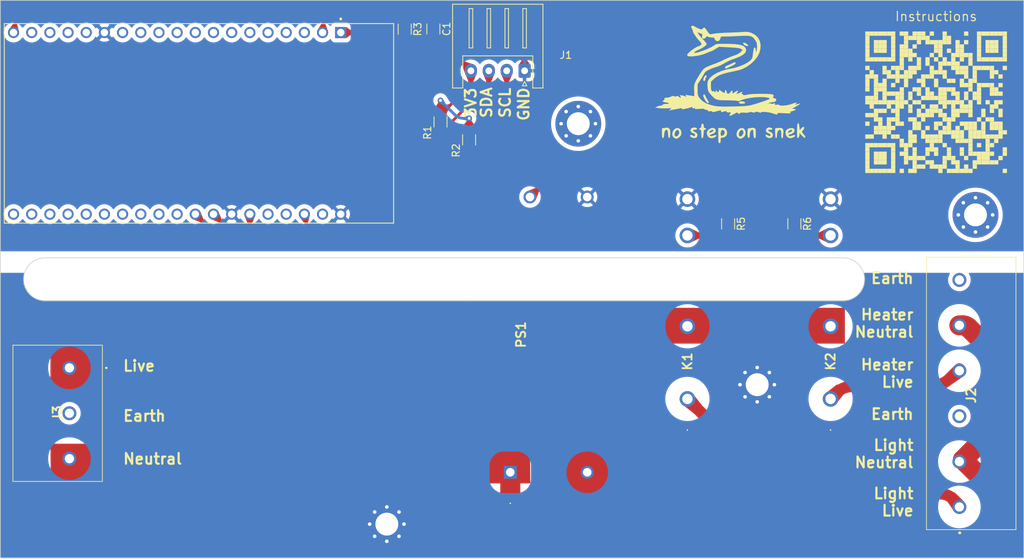
<source format=kicad_pcb>
(kicad_pcb (version 20221018) (generator pcbnew)
  (layers (0 "F.Cu" signal) (31 "B.Cu" signal) (34 "B.Paste" user) (35 "F.Paste" user) (36 "B.SilkS" user "B.Silkscreen") (37 "F.SilkS" user "F.Silkscreen") (38 "B.Mask" user) (39 "F.Mask" user) (44 "Edge.Cuts" user))
  (net 0 "")
  (net 1 "LIGHT_AC_P")
  (net 2 "AC_P_IN")
  (net 3 "LIGHT_EN")
  (net 4 "GND")
  (net 5 "HEAT_AC_P")
  (net 6 "HEAT_EN")
  (net 7 "AC_N_IN")
  (net 8 "+5V")
  (net 37 "Net-(J2-Pin_3)")
  (net 38 "SCL")
  (net 39 "LIGHT_LED_P")
  (net 40 "HEAT_LED_P")
  (net 41 "+3.3V")
  (net 42 "SDA")
  (net 43 "Net-(U1-EN)")
  (net 44 "Net-(J2-Pin_6)")
  (net 45 "Net-(J3-Pin_2)")
  (net 46 "Earth")
  (footprint "Resistor_SMD:R_1206_3216Metric_Pad1.30x1.75mm_HandSolder" (layer "F.Cu") (at 142.5 83 90)
    (fp_text reference "R1" (at -1.5 -1.82 90) (layer "F.SilkS"))
    (fp_text value "2.4k")
    (pad "1" smd roundrect (at -1.55 0 90) (size 1.3 1.75) (layers "F.Cu" "F.Paste" "F.Mask") (roundrect_rratio 0.1923076923) (net 38 "SCL"))
    (pad "2" smd roundrect (at 1.55 0 90) (size 1.3 1.75) (layers "F.Cu" "F.Paste" "F.Mask") (roundrect_rratio 0.1923076923) (net 41 "+3.3V"))
  )
  (footprint "Resistor_SMD:R_1206_3216Metric_Pad1.30x1.75mm_HandSolder" (layer "F.Cu") (at 146.5 85.5 90)
    (fp_text reference "R2" (at -1.5 -1.82 90) (layer "F.SilkS"))
    (fp_text value "2.4k")
    (pad "1" smd roundrect (at -1.55 0 90) (size 1.3 1.75) (layers "F.Cu" "F.Paste" "F.Mask") (roundrect_rratio 0.1923076923) (net 42 "SDA"))
    (pad "2" smd roundrect (at 1.55 0 90) (size 1.3 1.75) (layers "F.Cu" "F.Paste" "F.Mask") (roundrect_rratio 0.1923076923) (net 41 "+3.3V"))
  )
  (footprint "ESP32-DEVKITC-32D:MODULE_ESP32-DEVKITC-32D" (layer "F.Cu") (at 108.8 83.2 -90)
    (fp_text reference "U1" hide)
    (fp_text value "ESP32-DEVKITC-32D")
    (pad "J2-1" thru_hole rect (at -12.7 -19.76 270) (size 1.56 1.56) (drill 1.04) (layers "*.Cu" "*.Mask") (net 41 "+3.3V"))
    (pad "J2-2" thru_hole circle (at -12.7 -17.22 270) (size 1.56 1.56) (drill 1.04) (layers "*.Cu" "*.Mask") (net 43 "Net-(U1-EN)"))
    (pad "J2-3" thru_hole circle (at -12.7 -14.68 270) (size 1.56 1.56) (drill 1.04) (layers "*.Cu" "*.Mask"))
    (pad "J2-4" thru_hole circle (at -12.7 -12.14 270) (size 1.56 1.56) (drill 1.04) (layers "*.Cu" "*.Mask"))
    (pad "J2-5" thru_hole circle (at -12.7 -9.6 270) (size 1.56 1.56) (drill 1.04) (layers "*.Cu" "*.Mask"))
    (pad "J2-6" thru_hole circle (at -12.7 -7.06 270) (size 1.56 1.56) (drill 1.04) (layers "*.Cu" "*.Mask"))
    (pad "J2-7" thru_hole circle (at -12.7 -4.52 270) (size 1.56 1.56) (drill 1.04) (layers "*.Cu" "*.Mask"))
    (pad "J2-8" thru_hole circle (at -12.7 -1.98 270) (size 1.56 1.56) (drill 1.04) (layers "*.Cu" "*.Mask"))
    (pad "J2-9" thru_hole circle (at -12.7 0.56 270) (size 1.56 1.56) (drill 1.04) (layers "*.Cu" "*.Mask"))
    (pad "J2-10" thru_hole circle (at -12.7 3.1 270) (size 1.56 1.56) (drill 1.04) (layers "*.Cu" "*.Mask"))
    (pad "J2-11" thru_hole circle (at -12.7 5.64 270) (size 1.56 1.56) (drill 1.04) (layers "*.Cu" "*.Mask"))
    (pad "J2-12" thru_hole circle (at -12.7 8.18 270) (size 1.56 1.56) (drill 1.04) (layers "*.Cu" "*.Mask"))
    (pad "J2-13" thru_hole circle (at -12.7 10.72 270) (size 1.56 1.56) (drill 1.04) (layers "*.Cu" "*.Mask"))
    (pad "J2-14" thru_hole circle (at -12.7 13.26 270) (size 1.56 1.56) (drill 1.04) (layers "*.Cu" "*.Mask") (net 4 "GND"))
    (pad "J2-15" thru_hole circle (at -12.7 15.8 270) (size 1.56 1.56) (drill 1.04) (layers "*.Cu" "*.Mask"))
    (pad "J2-16" thru_hole circle (at -12.7 18.34 270) (size 1.56 1.56) (drill 1.04) (layers "*.Cu" "*.Mask"))
    (pad "J2-17" thru_hole circle (at -12.7 20.88 270) (size 1.56 1.56) (drill 1.04) (layers "*.Cu" "*.Mask"))
    (pad "J2-18" thru_hole circle (at -12.7 23.42 270) (size 1.56 1.56) (drill 1.04) (layers "*.Cu" "*.Mask"))
    (pad "J2-19" thru_hole circle (at -12.7 25.96 270) (size 1.56 1.56) (drill 1.04) (layers "*.Cu" "*.Mask") (net 8 "+5V"))
    (pad "J3-1" thru_hole circle (at 12.7 -19.76 270) (size 1.56 1.56) (drill 1.04) (layers "*.Cu" "*.Mask") (net 4 "GND"))
    (pad "J3-2" thru_hole circle (at 12.7 -17.22 270) (size 1.56 1.56) (drill 1.04) (layers "*.Cu" "*.Mask"))
    (pad "J3-3" thru_hole circle (at 12.7 -14.68 270) (size 1.56 1.56) (drill 1.04) (layers "*.Cu" "*.Mask") (net 38 "SCL"))
    (pad "J3-4" thru_hole circle (at 12.7 -12.14 270) (size 1.56 1.56) (drill 1.04) (layers "*.Cu" "*.Mask"))
    (pad "J3-5" thru_hole circle (at 12.7 -9.6 270) (size 1.56 1.56) (drill 1.04) (layers "*.Cu" "*.Mask"))
    (pad "J3-6" thru_hole circle (at 12.7 -7.06 270) (size 1.56 1.56) (drill 1.04) (layers "*.Cu" "*.Mask") (net 42 "SDA"))
    (pad "J3-7" thru_hole circle (at 12.7 -4.52 270) (size 1.56 1.56) (drill 1.04) (layers "*.Cu" "*.Mask") (net 4 "GND"))
    (pad "J3-8" thru_hole circle (at 12.7 -1.98 270) (size 1.56 1.56) (drill 1.04) (layers "*.Cu" "*.Mask") (net 3 "LIGHT_EN"))
    (pad "J3-9" thru_hole circle (at 12.7 0.56 270) (size 1.56 1.56) (drill 1.04) (layers "*.Cu" "*.Mask") (net 6 "HEAT_EN"))
    (pad "J3-10" thru_hole circle (at 12.7 3.1 270) (size 1.56 1.56) (drill 1.04) (layers "*.Cu" "*.Mask"))
    (pad "J3-11" thru_hole circle (at 12.7 5.64 270) (size 1.56 1.56) (drill 1.04) (layers "*.Cu" "*.Mask"))
    (pad "J3-12" thru_hole circle (at 12.7 8.18 270) (size 1.56 1.56) (drill 1.04) (layers "*.Cu" "*.Mask"))
    (pad "J3-13" thru_hole circle (at 12.7 10.72 270) (size 1.56 1.56) (drill 1.04) (layers "*.Cu" "*.Mask"))
    (pad "J3-14" thru_hole circle (at 12.7 13.26 270) (size 1.56 1.56) (drill 1.04) (layers "*.Cu" "*.Mask"))
    (pad "J3-15" thru_hole circle (at 12.7 15.8 270) (size 1.56 1.56) (drill 1.04) (layers "*.Cu" "*.Mask"))
    (pad "J3-16" thru_hole circle (at 12.7 18.34 270) (size 1.56 1.56) (drill 1.04) (layers "*.Cu" "*.Mask"))
    (pad "J3-17" thru_hole circle (at 12.7 20.88 270) (size 1.56 1.56) (drill 1.04) (layers "*.Cu" "*.Mask"))
    (pad "J3-18" thru_hole circle (at 12.7 23.42 270) (size 1.56 1.56) (drill 1.04) (layers "*.Cu" "*.Mask"))
    (pad "J3-19" thru_hole circle (at 12.7 25.96 270) (size 1.56 1.56) (drill 1.04) (layers "*.Cu" "*.Mask"))
  )
  (footprint "Resistor_SMD:R_1206_3216Metric_Pad1.30x1.75mm_HandSolder" (layer "F.Cu") (at 137.5 70.03 -90)
    (fp_text reference "R3" (at 0 -1.82 90) (layer "F.SilkS"))
    (fp_text value "10k")
    (pad "1" smd roundrect (at -1.55 0 270) (size 1.3 1.75) (layers "F.Cu" "F.Paste" "F.Mask") (roundrect_rratio 0.1923076923) (net 43 "Net-(U1-EN)"))
    (pad "2" smd roundrect (at 1.55 0 270) (size 1.3 1.75) (layers "F.Cu" "F.Paste" "F.Mask") (roundrect_rratio 0.1923076923) (net 41 "+3.3V"))
  )
  (footprint "Resistor_SMD:R_1206_3216Metric_Pad1.30x1.75mm_HandSolder" (layer "F.Cu") (at 191.9385 97.25 -90)
    (fp_text reference "R6" (at 0 -1.82 90) (layer "F.SilkS"))
    (fp_text value "422")
    (pad "1" smd roundrect (at -1.55 0 270) (size 1.3 1.75) (layers "F.Cu" "F.Paste" "F.Mask") (roundrect_rratio 0.1923076923) (net 6 "HEAT_EN"))
    (pad "2" smd roundrect (at 1.55 0 270) (size 1.3 1.75) (layers "F.Cu" "F.Paste" "F.Mask") (roundrect_rratio 0.1923076923) (net 40 "HEAT_LED_P"))
  )
  (footprint "MountingHole:MountingHole_3.2mm_M3_Pad_Via" (layer "F.Cu") (at 186.75 119.75)
    (fp_text reference "MH4" hide)
    (fp_text value "MountingHole_Pad" hide)
    (pad "1" thru_hole circle (at -2.4 0) (size 0.8 0.8) (drill 0.5) (layers "*.Cu" "*.Mask") (net 46 "Earth"))
    (pad "1" thru_hole circle (at -1.697056 -1.697056) (size 0.8 0.8) (drill 0.5) (layers "*.Cu" "*.Mask") (net 46 "Earth"))
    (pad "1" thru_hole circle (at -1.697056 1.697056) (size 0.8 0.8) (drill 0.5) (layers "*.Cu" "*.Mask") (net 46 "Earth"))
    (pad "1" thru_hole circle (at 0 -2.4) (size 0.8 0.8) (drill 0.5) (layers "*.Cu" "*.Mask") (net 46 "Earth"))
    (pad "1" thru_hole circle (at 0 0) (size 6.4 6.4) (drill 3.2) (layers "*.Cu" "*.Mask") (net 46 "Earth"))
    (pad "1" thru_hole circle (at 0 2.4) (size 0.8 0.8) (drill 0.5) (layers "*.Cu" "*.Mask") (net 46 "Earth"))
    (pad "1" thru_hole circle (at 1.697056 -1.697056) (size 0.8 0.8) (drill 0.5) (layers "*.Cu" "*.Mask") (net 46 "Earth"))
    (pad "1" thru_hole circle (at 1.697056 1.697056) (size 0.8 0.8) (drill 0.5) (layers "*.Cu" "*.Mask") (net 46 "Earth"))
    (pad "1" thru_hole circle (at 2.4 0) (size 0.8 0.8) (drill 0.5) (layers "*.Cu" "*.Mask") (net 46 "Earth"))
  )
  (footprint "MountingHole:MountingHole_3.2mm_M3_Pad_Via" (layer "F.Cu") (at 217.25 96)
    (fp_text reference "MH2" hide)
    (fp_text value "MountingHole_3.2mm_M3_Pad_Via" hide)
    (pad "1" thru_hole circle (at -2.4 0) (size 0.8 0.8) (drill 0.5) (layers "*.Cu" "*.Mask"))
    (pad "1" thru_hole circle (at -1.697056 -1.697056) (size 0.8 0.8) (drill 0.5) (layers "*.Cu" "*.Mask"))
    (pad "1" thru_hole circle (at -1.697056 1.697056) (size 0.8 0.8) (drill 0.5) (layers "*.Cu" "*.Mask"))
    (pad "1" thru_hole circle (at 0 -2.4) (size 0.8 0.8) (drill 0.5) (layers "*.Cu" "*.Mask"))
    (pad "1" thru_hole circle (at 0 0) (size 6.4 6.4) (drill 3.2) (layers "*.Cu" "*.Mask"))
    (pad "1" thru_hole circle (at 0 2.4) (size 0.8 0.8) (drill 0.5) (layers "*.Cu" "*.Mask"))
    (pad "1" thru_hole circle (at 1.697056 -1.697056) (size 0.8 0.8) (drill 0.5) (layers "*.Cu" "*.Mask"))
    (pad "1" thru_hole circle (at 1.697056 1.697056) (size 0.8 0.8) (drill 0.5) (layers "*.Cu" "*.Mask"))
    (pad "1" thru_hole circle (at 2.4 0) (size 0.8 0.8) (drill 0.5) (layers "*.Cu" "*.Mask"))
  )
  (footprint "MountingHole:MountingHole_3.2mm_M3_Pad_Via" (layer "F.Cu") (at 161.75 83.25)
    (fp_text reference "MH1" hide)
    (fp_text value "MountingHole_3.2mm_M3_Pad_Via" hide)
    (pad "1" thru_hole circle (at -2.4 0) (size 0.8 0.8) (drill 0.5) (layers "*.Cu" "*.Mask"))
    (pad "1" thru_hole circle (at -1.697056 -1.697056) (size 0.8 0.8) (drill 0.5) (layers "*.Cu" "*.Mask"))
    (pad "1" thru_hole circle (at -1.697056 1.697056) (size 0.8 0.8) (drill 0.5) (layers "*.Cu" "*.Mask"))
    (pad "1" thru_hole circle (at 0 -2.4) (size 0.8 0.8) (drill 0.5) (layers "*.Cu" "*.Mask"))
    (pad "1" thru_hole circle (at 0 0) (size 6.4 6.4) (drill 3.2) (layers "*.Cu" "*.Mask"))
    (pad "1" thru_hole circle (at 0 2.4) (size 0.8 0.8) (drill 0.5) (layers "*.Cu" "*.Mask"))
    (pad "1" thru_hole circle (at 1.697056 -1.697056) (size 0.8 0.8) (drill 0.5) (layers "*.Cu" "*.Mask"))
    (pad "1" thru_hole circle (at 1.697056 1.697056) (size 0.8 0.8) (drill 0.5) (layers "*.Cu" "*.Mask"))
    (pad "1" thru_hole circle (at 2.4 0) (size 0.8 0.8) (drill 0.5) (layers "*.Cu" "*.Mask"))
  )
  (footprint "Phoenix 1713969:1713969" (layer "F.Cu") (at 215 136.85 90)
    (fp_text reference "J2" (at 15.6 1.65 90) (layer "F.SilkS") (effects (font (size 1.27 1.27) (thickness 0.254))))
    (fp_text value "Screw_Terminal_01x06" hide)
    (pad "1" thru_hole circle (at 0 0 90) (size 1.95 1.95) (drill 1.3) (layers "*.Cu" "*.Mask") (net 1 "LIGHT_AC_P"))
    (pad "2" thru_hole circle (at 6.35 0 90) (size 1.95 1.95) (drill 1.3) (layers "*.Cu" "*.Mask") (net 7 "AC_N_IN"))
    (pad "3" thru_hole circle (at 12.7 0 90) (size 1.95 1.95) (drill 1.3) (layers "*.Cu" "*.Mask") (net 37 "Net-(J2-Pin_3)"))
    (pad "4" thru_hole circle (at 19.05 0 90) (size 1.95 1.95) (drill 1.3) (layers "*.Cu" "*.Mask") (net 5 "HEAT_AC_P"))
    (pad "5" thru_hole circle (at 25.4 0 90) (size 1.95 1.95) (drill 1.3) (layers "*.Cu" "*.Mask") (net 7 "AC_N_IN"))
    (pad "6" thru_hole circle (at 31.75 0 90) (size 1.95 1.95) (drill 1.3) (layers "*.Cu" "*.Mask") (net 44 "Net-(J2-Pin_6)"))
  )
  (footprint "RAC10E-05SK_277:RAC10E05SK277" (layer "F.Cu") (at 152.25 132 90)
    (fp_text reference "PS1" (at 19.25 1.5 90) (layer "F.SilkS") (effects (font (size 1.27 1.27) (thickness 0.254))))
    (fp_text value "RAC10E-05SK_277" hide)
    (pad "1" thru_hole rect (at 0 0 90) (size 1.8 1.8) (drill 1.2) (layers "*.Cu" "*.Mask") (net 7 "AC_N_IN"))
    (pad "2" thru_hole circle (at 0 10.75 90) (size 1.8 1.8) (drill 1.2) (layers "*.Cu" "*.Mask") (net 2 "AC_P_IN"))
    (pad "3" thru_hole circle (at 38.5 10.75 90) (size 1.8 1.8) (drill 1.2) (layers "*.Cu" "*.Mask") (net 4 "GND"))
    (pad "4" thru_hole circle (at 38.5 2.75 90) (size 1.8 1.8) (drill 1.2) (layers "*.Cu" "*.Mask") (net 8 "+5V"))
  )
  (footprint "Resistor_SMD:R_1206_3216Metric_Pad1.30x1.75mm_HandSolder" (layer "F.Cu") (at 182.6885 97.25 -90)
    (fp_text reference "R5" (at 0 -1.82 90) (layer "F.SilkS"))
    (fp_text value "422")
    (pad "1" smd roundrect (at -1.55 0 270) (size 1.3 1.75) (layers "F.Cu" "F.Paste" "F.Mask") (roundrect_rratio 0.1923076923) (net 3 "LIGHT_EN"))
    (pad "2" smd roundrect (at 1.55 0 270) (size 1.3 1.75) (layers "F.Cu" "F.Paste" "F.Mask") (roundrect_rratio 0.1923076923) (net 39 "LIGHT_LED_P"))
  )
  (footprint "snek:snek" (layer "F.Cu") (at 183 77.75)
    (fp_text reference "G***" hide)
    (fp_text value "LOGO" hide)
  )
  (footprint "MountingHole:MountingHole_3.2mm_M3_Pad_Via" (layer "F.Cu") (at 135 139.25)
    (fp_text reference "MH3" hide)
    (fp_text value "MountingHole_Pad" hide)
    (pad "1" thru_hole circle (at -2.4 0) (size 0.8 0.8) (drill 0.5) (layers "*.Cu" "*.Mask") (net 46 "Earth"))
    (pad "1" thru_hole circle (at -1.697056 -1.697056) (size 0.8 0.8) (drill 0.5) (layers "*.Cu" "*.Mask") (net 46 "Earth"))
    (pad "1" thru_hole circle (at -1.697056 1.697056) (size 0.8 0.8) (drill 0.5) (layers "*.Cu" "*.Mask") (net 46 "Earth"))
    (pad "1" thru_hole circle (at 0 -2.4) (size 0.8 0.8) (drill 0.5) (layers "*.Cu" "*.Mask") (net 46 "Earth"))
    (pad "1" thru_hole circle (at 0 0) (size 6.4 6.4) (drill 3.2) (layers "*.Cu" "*.Mask") (net 46 "Earth"))
    (pad "1" thru_hole circle (at 0 2.4) (size 0.8 0.8) (drill 0.5) (layers "*.Cu" "*.Mask") (net 46 "Earth"))
    (pad "1" thru_hole circle (at 1.697056 -1.697056) (size 0.8 0.8) (drill 0.5) (layers "*.Cu" "*.Mask") (net 46 "Earth"))
    (pad "1" thru_hole circle (at 1.697056 1.697056) (size 0.8 0.8) (drill 0.5) (layers "*.Cu" "*.Mask") (net 46 "Earth"))
    (pad "1" thru_hole circle (at 2.4 0) (size 0.8 0.8) (drill 0.5) (layers "*.Cu" "*.Mask") (net 46 "Earth"))
  )
  (footprint "Connector_JST:JST_XH_S4B-XH-A_1x04_P2.50mm_Horizontal" (layer "F.Cu") (at 154.25 75.85 180)
    (fp_text reference "J1" (at -5.77 2.19) (layer "F.SilkS"))
    (fp_text value "S4B-XH-A(LF)(SN)")
    (pad "1" thru_hole roundrect (at 0 0 180) (size 1.7 1.95) (drill 0.95) (layers "*.Cu" "*.Mask") (roundrect_rratio 0.1470588235) (net 4 "GND"))
    (pad "2" thru_hole oval (at 2.5 0 180) (size 1.7 1.95) (drill 0.95) (layers "*.Cu" "*.Mask") (net 42 "SDA"))
    (pad "3" thru_hole oval (at 5 0 180) (size 1.7 1.95) (drill 0.95) (layers "*.Cu" "*.Mask") (net 38 "SCL"))
    (pad "4" thru_hole oval (at 7.5 0 180) (size 1.7 1.95) (drill 0.95) (layers "*.Cu" "*.Mask") (net 41 "+3.3V"))
  )
  (footprint "CPC40055ST:CPC40055ST" (layer "F.Cu") (at 177 121.74 90)
    (fp_text reference "K1" (at 5.24 0 90) (layer "F.SilkS") (effects (font (size 1.27 1.27) (thickness 0.254))))
    (fp_text value "CPC40055ST" hide)
    (pad "1" thru_hole circle (at 0 0 90) (size 2.175 2.175) (drill 1.45) (layers "*.Cu" "*.Mask") (net 1 "LIGHT_AC_P"))
    (pad "2" thru_hole circle (at 10.16 0 90) (size 2.175 2.175) (drill 1.45) (layers "*.Cu" "*.Mask") (net 2 "AC_P_IN"))
    (pad "3" thru_hole circle (at 22.86 0 90) (size 2.175 2.175) (drill 1.45) (layers "*.Cu" "*.Mask") (net 39 "LIGHT_LED_P"))
    (pad "4" thru_hole circle (at 27.94 0 90) (size 2.175 2.175) (drill 1.45) (layers "*.Cu" "*.Mask") (net 4 "GND"))
  )
  (footprint "QR:rickroll" (layer "F.Cu") (at 211.75 80.25)
    (fp_text reference "QR*****" hide)
    (fp_text value "Instructions" (at 0 -12 unlocked) (layer "F.SilkS") (effects (font (size 1.3 1.3))))
  )
  (footprint "Capacitor_SMD:C_1206_3216Metric_Pad1.33x1.80mm_HandSolder" (layer "F.Cu") (at 141.5 70 -90)
    (fp_text reference "C1" (at 0 -1.85 90) (layer "F.SilkS"))
    (fp_text value "1u")
    (pad "1" smd roundrect (at -1.5625 0 270) (size 1.325 1.8) (layers "F.Cu" "F.Paste" "F.Mask") (roundrect_rratio 0.1886792453) (net 43 "Net-(U1-EN)"))
    (pad "2" smd roundrect (at 1.5625 0 270) (size 1.325 1.8) (layers "F.Cu" "F.Paste" "F.Mask") (roundrect_rratio 0.1886792453) (net 4 "GND"))
  )
  (footprint "Phoenix 1714968:1714968" (layer "F.Cu") (at 90.65 117.395 -90)
    (fp_text reference "J3" (at 6.355 1.65 90) (layer "F.SilkS") (effects (font (size 1.27 1.27) (thickness 0.254))))
    (fp_text value "Screw_Terminal_01x03" hide)
    (pad "1" thru_hole circle (at 0 0 270) (size 1.95 1.95) (drill 1.3) (layers "*.Cu" "*.Mask") (net 2 "AC_P_IN"))
    (pad "2" thru_hole circle (at 6.35 0 270) (size 1.95 1.95) (drill 1.3) (layers "*.Cu" "*.Mask") (net 45 "Net-(J3-Pin_2)"))
    (pad "3" thru_hole circle (at 12.7 0 270) (size 1.95 1.95) (drill 1.3) (layers "*.Cu" "*.Mask") (net 7 "AC_N_IN"))
  )
  (footprint "CPC40055ST:CPC40055ST" (layer "F.Cu") (at 197 121.74 90)
    (fp_text reference "K2" (at 5.24 0 90) (layer "F.SilkS") (effects (font (size 1.27 1.27) (thickness 0.254))))
    (fp_text value "CPC40055ST" hide)
    (pad "1" thru_hole circle (at 0 0 90) (size 2.175 2.175) (drill 1.45) (layers "*.Cu" "*.Mask") (net 5 "HEAT_AC_P"))
    (pad "2" thru_hole circle (at 10.16 0 90) (size 2.175 2.175) (drill 1.45) (layers "*.Cu" "*.Mask") (net 2 "AC_P_IN"))
    (pad "3" thru_hole circle (at 22.86 0 90) (size 2.175 2.175) (drill 1.45) (layers "*.Cu" "*.Mask") (net 40 "HEAT_LED_P"))
    (pad "4" thru_hole circle (at 27.94 0 90) (size 2.175 2.175) (drill 1.45) (layers "*.Cu" "*.Mask") (net 4 "GND"))
  )
  (gr_line (start 81 66) (end 224 66) (stroke (width 0.1)) (layer "Edge.Cuts"))
  (gr_arc (start 198.75 102) (mid 201.75 105) (end 198.75 108) (stroke (width 0.1)) (layer "Edge.Cuts"))
  (gr_line (start 146 108) (end 198.75 108) (stroke (width 0.1)) (layer "Edge.Cuts"))
  (gr_line (start 81 144) (end 224 144) (stroke (width 0.1)) (layer "Edge.Cuts"))
  (gr_line (start 198.75 102) (end 146 102) (stroke (width 0.1)) (layer "Edge.Cuts"))
  (gr_line (start 146 102) (end 87.25 102) (stroke (width 0.1)) (layer "Edge.Cuts"))
  (gr_line (start 87.25 108) (end 146 108) (stroke (width 0.1)) (layer "Edge.Cuts"))
  (gr_line (start 81 66) (end 81 144) (stroke (width 0.1)) (layer "Edge.Cuts"))
  (gr_line (start 224 144) (end 224 67) (stroke (width 0.1)) (layer "Edge.Cuts"))
  (gr_line (start 224 66) (end 224 67) (stroke (width 0.1)) (layer "Edge.Cuts"))
  (gr_arc (start 87.25 108) (mid 84.25 105) (end 87.25 102) (stroke (width 0.1)) (layer "Edge.Cuts"))
  (gr_text "Copyright © 2018-2023 Jacob McSwain" (at 83 142) (layer "F.Cu") (effects (font (size 1.5 1.5) (thickness 0.3) bold) (justify left bottom)))
  (gr_text "SnekSafe v1.1" (at 83 139) (layer "F.Cu") (effects (font (size 1.5 1.5) (thickness 0.3) bold) (justify left bottom)))
  (gr_text "Light\nNeutral" (at 208.75 131.5) (layer "F.SilkS") (effects (font (size 1.5 1.5) (thickness 0.3) bold) (justify right bottom)))
  (gr_text "Heater\nLive" (at 208.75 120.25) (layer "F.SilkS") (effects (font (size 1.5 1.5) (thickness 0.3) bold) (justify right bottom)))
  (gr_text "Heater\nNeutral" (at 208.75 113.25) (layer "F.SilkS") (effects (font (size 1.5 1.5) (thickness 0.3) bold) (justify right bottom)))
  (gr_text "Earth" (at 208.75 105.75) (layer "F.SilkS") (effects (font (size 1.5 1.5) (thickness 0.3) bold) (justify right bottom)))
  (gr_text "3V3" (at 147.6 82.6 90) (layer "F.SilkS") (effects (font (size 1.5 1.5) (thickness 0.3) bold) (justify left bottom)))
  (gr_text "Live" (at 98 118) (layer "F.SilkS") (effects (font (size 1.5 1.5) (thickness 0.3) bold) (justify left bottom)))
  (gr_text "Neutral" (at 98 131) (layer "F.SilkS") (effects (font (size 1.5 1.5) (thickness 0.3) bold) (justify left bottom)))
  (gr_text "Light\nLive" (at 208.75 138.25) (layer "F.SilkS") (effects (font (size 1.5 1.5) (thickness 0.3) bold) (justify right bottom)))
  (gr_text "Earth" (at 208.75 124.75) (layer "F.SilkS") (effects (font (size 1.5 1.5) (thickness 0.3) bold) (justify right bottom)))
  (gr_text "SCL" (at 152.4 82.6 90) (layer "F.SilkS") (effects (font (size 1.5 1.5) (thickness 0.3) bold) (justify left bottom)))
  (gr_text "Earth" (at 98 125) (layer "F.SilkS") (effects (font (size 1.5 1.5) (thickness 0.3) bold) (justify left bottom)))
  (gr_text "SDA" (at 149.8 82.6 90) (layer "F.SilkS") (effects (font (size 1.5 1.5) (thickness 0.3) bold) (justify left bottom)))
  (gr_text "GND" (at 155 83 90) (layer "F.SilkS") (effects (font (size 1.5 1.5) (thickness 0.3) bold) (justify left bottom)))
  (segment (start 192.513963 135) (end 212.268629 135) (width 1.6) (layer "F.Cu") (net 1))
  (segment (start 214.2 135.8) (end 215 136.6) (width 1.6) (layer "F.Cu") (net 1))
  (segment (start 188.666207 133.406207) (end 177 121.74) (width 1.6) (layer "F.Cu") (net 1))
  (arc (start 214.2 135.8) (mid 213.313879 135.207913) (end 212.268629 135) (width 1.6) (layer "F.Cu") (net 1))
  (arc (start 188.666207 133.406207) (mid 190.431572 134.585786) (end 192.513963 135) (width 1.6) (layer "F.Cu") (net 1))
  (segment (start 113.053707 98.173707) (end 110.78 95.9) (width 0.4) (layer "F.Cu") (net 3))
  (segment (start 182.5385 95.85) (end 182.6885 95.7) (width 0.4) (layer "F.Cu") (net 3))
  (segment (start 174.253963 96) (end 182.176367 96) (width 0.4) (layer "F.Cu") (net 3))
  (segment (start 170.406206 97.593792) (end 169.826292 98.173707) (width 0.4) (layer "F.Cu") (net 3))
  (segment (start 116.901463 99.7675) (end 165.978536 99.7675) (width 0.4) (layer "F.Cu") (net 3))
  (arc (start 169.826292 98.173707) (mid 168.060926 99.353286) (end 165.978536 99.7675) (width 0.4) (layer "F.Cu") (net 3))
  (arc (start 182.5385 95.85) (mid 182.372352 95.961016) (end 182.176367 96) (width 0.4) (layer "F.Cu") (net 3))
  (arc (start 113.053707 98.173707) (mid 114.819072 99.353286) (end 116.901463 99.7675) (width 0.4) (layer "F.Cu") (net 3))
  (arc (start 174.253963 96) (mid 172.171572 96.414213) (end 170.406206 97.593792) (width 0.4) (layer "F.Cu") (net 3))
  (segment (start 149.66215 71.5625) (end 141.5 71.5625) (width 0.4) (layer "F.Cu") (net 4))
  (segment (start 154.25 75.05) (end 154.25 75.85) (width 0.4) (layer "F.Cu") (net 4))
  (segment (start 153.684314 73.684314) (end 152.90625 72.90625) (width 0.4) (layer "F.Cu") (net 4))
  (arc (start 153.684314 73.684314) (mid 154.102982 74.310896) (end 154.25 75.05) (width 0.4) (layer "F.Cu") (net 4))
  (arc (start 152.90625 72.90625) (mid 151.417844 71.911729) (end 149.66215 71.5625) (width 0.4) (layer "F.Cu") (net 4))
  (segment (start 213.775 118.775) (end 215 117.55) (width 1.6) (layer "F.Cu") (net 5))
  (segment (start 197.87 120.87) (end 197 121.74) (width 1.6) (layer "F.Cu") (net 5))
  (segment (start 199.970365 120) (end 210.817588 120) (width 1.6) (layer "F.Cu") (net 5))
  (arc (start 213.775 118.775) (mid 212.418127 119.681632) (end 210.817588 120) (width 1.6) (layer "F.Cu") (net 5))
  (arc (start 199.970365 120) (mid 198.833655 120.226105) (end 197.87 120.87) (width 1.6) (layer "F.Cu") (net 5))
  (segment (start 111.513707 99.173707) (end 108.24 95.9) (width 0.4) (layer "F.Cu") (net 6))
  (segment (start 188.464792 99.173707) (end 191.9385 95.7) (width 0.4) (layer "F.Cu") (net 6))
  (segment (start 115.361463 100.7675) (end 184.617036 100.7675) (width 0.4) (layer "F.Cu") (net 6))
  (arc (start 188.464792 99.173707) (mid 186.699426 100.353286) (end 184.617036 100.7675) (width 0.4) (layer "F.Cu") (net 6))
  (arc (start 111.513707 99.173707) (mid 113.279072 100.353286) (end 115.361463 100.7675) (width 0.4) (layer "F.Cu") (net 6))
  (segment (start 215.475 111.45) (end 215 111.45) (width 2.8) (layer "F.Cu") (net 7))
  (segment (start 220 138.085786) (end 220 137.003963) (width 2.8) (layer "F.Cu") (net 7))
  (segment (start 219.8 117.553963) (end 219.8 123.696036) (width 2.8) (layer "F.Cu") (net 7))
  (segment (start 153.843792 138.843792) (end 154.906207 139.906207) (width 2.8) (layer "F.Cu") (net 7))
  (segment (start 152.25 134.996036) (end 152.25 132) (width 2.8) (layer "F.Cu") (net 7))
  (segment (start 216.585786 141.5) (end 158.753963 141.5) (width 2.8) (layer "F.Cu") (net 7))
  (segment (start 215.5 130.25) (end 218.406207 133.156207) (width 2.8) (layer "F.Cu") (net 7))
  (segment (start 215.5 130.25) (end 218.206207 127.543792) (width 2.8) (layer "F.Cu") (net 7))
  (segment (start 216.285875 111.785875) (end 218.206207 113.706207) (width 2.8) (layer "F.Cu") (net 7))
  (arc (start 152.25 134.996036) (mid 152.664213 137.078426) (end 153.843792 138.843792) (width 2.8) (layer "F.Cu") (net 7))
  (arc (start 154.906207 139.906207) (mid 156.671572 141.085786) (end 158.753963 141.5) (width 2.8) (layer "F.Cu") (net 7))
  (arc (start 216.285875 111.785875) (mid 215.913842 111.537291) (end 215.475 111.45) (width 2.8) (layer "F.Cu") (net 7))
  (arc (start 218.206207 113.706207) (mid 219.385786 115.471572) (end 219.8 117.553963) (width 2.8) (layer "F.Cu") (net 7))
  (arc (start 218.406207 133.156207) (mid 219.585786 134.921572) (end 220 137.003963) (width 2.8) (layer "F.Cu") (net 7))
  (arc (start 219.8 123.696036) (mid 219.385786 125.778426) (end 218.206207 127.543792) (width 2.8) (layer "F.Cu") (net 7))
  (arc (start 220 138.085786) (mid 219.740108 139.392349) (end 219 140.5) (width 2.8) (layer "F.Cu") (net 7))
  (arc (start 219 140.5) (mid 217.892349 141.240108) (end 216.585786 141.5) (width 2.8) (layer "F.Cu") (net 7))
  (segment (start 156.4 74.453963) (end 156.4 91.11005) (width 0.4) (layer "F.Cu") (net 8))
  (segment (start 82.84 69.955) (end 82.84 70.5) (width 0.4) (layer "F.Cu") (net 8))
  (segment (start 87.380904 66.75) (end 148.696036 66.75) (width 0.4) (layer "F.Cu") (net 8))
  (segment (start 155.7 92.8) (end 155 93.5) (width 0.4) (layer "F.Cu") (net 8))
  (segment (start 154.806207 70.606207) (end 152.543792 68.343792) (width 0.4) (layer "F.Cu") (net 8))
  (segment (start 84.169999 68.079999) (end 83.225373 69.024626) (width 0.4) (layer "F.Cu") (net 8))
  (arc (start 152.543792 68.343792) (mid 150.778426 67.164213) (end 148.696036 66.75) (width 0.4) (layer "F.Cu") (net 8))
  (arc (start 83.225373 69.024626) (mid 82.940155 69.451485) (end 82.84 69.955) (width 0.4) (layer "F.Cu") (net 8))
  (arc (start 87.380904 66.75) (mid 85.643175 67.095655) (end 84.169999 68.079999) (width 0.4) (layer "F.Cu") (net 8))
  (arc (start 154.806207 70.606207) (mid 155.985786 72.371572) (end 156.4 74.453963) (width 0.4) (layer "F.Cu") (net 8))
  (arc (start 156.4 91.11005) (mid 156.218075 92.024644) (end 155.7 92.8) (width 0.4) (layer "F.Cu") (net 8))
  (segment (start 123.48 96.44) (end 123.48 95.9) (width 0.4) (layer "F.Cu") (net 38))
  (segment (start 140.326292 96.173706) (end 140.906207 95.593792) (width 0.4) (layer "F.Cu") (net 38))
  (segment (start 136.478536 97.7675) (end 124.824346 97.7675) (width 0.4) (layer "F.Cu") (net 38))
  (segment (start 123.87375 97.37375) (end 123.861837 97.361837) (width 0.4) (layer "F.Cu") (net 38))
  (segment (start 142.5 84.55) (end 142.5 91.746036) (width 0.4) (layer "F.Cu") (net 38))
  (segment (start 149.25 76.825) (end 149.25 75.85) (width 0.4) (layer "F.Cu") (net 38))
  (segment (start 142.5 84.55) (end 148.56057 78.489429) (width 0.4) (layer "F.Cu") (net 38))
  (arc (start 140.326292 96.173706) (mid 138.560926 97.353286) (end 136.478536 97.7675) (width 0.4) (layer "F.Cu") (net 38))
  (arc (start 123.87375 97.37375) (mid 124.309887 97.665167) (end 124.824346 97.7675) (width 0.4) (layer "F.Cu") (net 38))
  (arc (start 142.5 91.746036) (mid 142.085786 93.828426) (end 140.906207 95.593792) (width 0.4) (layer "F.Cu") (net 38))
  (arc (start 123.48 96.44) (mid 123.579236 96.938894) (end 123.861837 97.361837) (width 0.4) (layer "F.Cu") (net 38))
  (arc (start 149.25 76.825) (mid 149.070822 77.725782) (end 148.56057 78.489429) (width 0.4) (layer "F.Cu") (net 38))
  (segment (start 182.551931 98.88) (end 177 98.88) (width 0.4) (layer "F.Cu") (net 39))
  (segment (start 182.6485 98.84) (end 182.6885 98.8) (width 0.4) (layer "F.Cu") (net 39))
  (arc (start 182.6485 98.84) (mid 182.604193 98.869604) (end 182.551931 98.88) (width 0.4) (layer "F.Cu") (net 39))
  (segment (start 191.9785 98.84) (end 191.9385 98.8) (width 0.4) (layer "F.Cu") (net 40))
  (segment (start 192.075068 98.88) (end 197 98.88) (width 0.4) (layer "F.Cu") (net 40))
  (arc (start 191.9785 98.84) (mid 192.022805 98.869604) (end 192.075068 98.88) (width 0.4) (layer "F.Cu") (net 40))
  (segment (start 146.5 82.5) (end 146.5 83.95) (width 0.4) (layer "F.Cu") (net 41))
  (segment (start 141.878858 73.5) (end 142.738299 73.5) (width 0.4) (layer "F.Cu") (net 41))
  (segment (start 139.525 72.525) (end 138.921231 71.921231) (width 0.4) (layer "F.Cu") (net 41))
  (segment (start 142.5 81.175) (end 142.5 80) (width 0.4) (layer "F.Cu") (net 41))
  (segment (start 138.025 71.55) (end 137.5 71.55) (width 0.4) (layer "F.Cu") (net 41))
  (segment (start 143.244454 81.255545) (end 146.078248 78.421751) (width 0.4) (layer "F.Cu") (net 41))
  (segment (start 145.575 74.675) (end 146.078248 75.178248) (width 0.4) (layer "F.Cu") (net 41))
  (segment (start 135.707537 70.5) (end 128.56 70.5) (width 0.4) (layer "F.Cu") (net 41))
  (segment (start 136.975 71.025) (end 137.5 71.55) (width 0.4) (layer "F.Cu") (net 41))
  (via (at 142.5 80) (size 0.8) (drill 0.4) (layers "F.Cu" "B.Cu") (net 41))
  (via (at 146.5 82.5) (size 0.8) (drill 0.4) (layers "F.Cu" "B.Cu") (net 41))
  (arc (start 136.975 71.025) (mid 136.393483 70.636443) (end 135.707537 70.5) (width 0.4) (layer "F.Cu") (net 41))
  (arc (start 142.5 81.175) (mid 142.580545 81.369454) (end 142.775 81.45) (width 0.4) (layer "F.Cu") (net 41))
  (arc (start 139.525 72.525) (mid 140.604959 73.246605) (end 141.878858 73.5) (width 0.4) (layer "F.Cu") (net 41))
  (arc (start 146.078248 75.178248) (mid 146.575417 75.922314) (end 146.75 76.8) (width 0.4) (layer "F.Cu") (net 41))
  (arc (start 138.921231 71.921231) (mid 138.510036 71.646479) (end 138.025 71.55) (width 0.4) (layer "F.Cu") (net 41))
  (arc (start 145.575 74.675) (mid 144.27351 73.805372) (end 142.738299 73.5) (width 0.4) (layer "F.Cu") (net 41))
  (arc (start 146.75 76.8) (mid 146.575417 77.677685) (end 146.078248 78.421751) (width 0.4) (layer "F.Cu") (net 41))
  (arc (start 143.244454 81.255545) (mid 143.029066 81.399462) (end 142.775 81.45) (width 0.4) (layer "F.Cu") (net 41))
  (segment (start 146.5 82.5) (end 145.75 82.5) (width 0.4) (layer "B.Cu") (net 41))
  (segment (start 142.5 80) (end 144.469669 81.969669) (width 0.4) (layer "B.Cu") (net 41))
  (arc (start 144.469669 81.969669) (mid 145.05709 82.362171) (end 145.75 82.5) (width 0.4) (layer "B.Cu") (net 41))
  (segment (start 144.906207 94.593792) (end 142.326292 97.173707) (width 0.4) (layer "F.Cu") (net 42))
  (segment (start 146.5 87.05) (end 146.5 90.746036) (width 0.4) (layer "F.Cu") (net 42))
  (segment (start 138.478536 98.7675) (end 117.409199 98.7675) (width 0.4) (layer "F.Cu") (net 42))
  (segment (start 146.5 87.05) (end 150.156207 83.393792) (width 0.4) (layer "F.Cu") (net 42))
  (segment (start 151.75 79.546036) (end 151.75 75.85) (width 0.4) (layer "F.Cu") (net 42))
  (segment (start 115.86 97.2183) (end 115.86 95.9) (width 0.4) (layer "F.Cu") (net 42))
  (arc (start 146.5 90.746036) (mid 146.085786 92.828426) (end 144.906207 94.593792) (width 0.4) (layer "F.Cu") (net 42))
  (arc (start 151.75 79.546036) (mid 151.335786 81.628426) (end 150.156207 83.393792) (width 0.4) (layer "F.Cu") (net 42))
  (arc (start 142.326292 97.173707) (mid 140.560926 98.353286) (end 138.478536 98.7675) (width 0.4) (layer "F.Cu") (net 42))
  (arc (start 116.31375 98.31375) (mid 116.816346 98.649574) (end 117.409199 98.7675) (width 0.4) (layer "F.Cu") (net 42))
  (arc (start 115.86 97.2183) (mid 115.977925 97.811153) (end 116.31375 98.31375) (width 0.4) (layer "F.Cu") (net 42))
  (segment (start 126.02 69.781543) (end 126.02 70.5) (width 0.4) (layer "F.Cu") (net 43))
  (segment (start 137.521338 68.4375) (end 141.5 68.4375) (width 0.4) (layer "F.Cu") (net 43))
  (segment (start 137.491161 68.45) (end 127.351543 68.45) (width 0.4) (layer "F.Cu") (net 43))
  (arc (start 137.50625 68.44375) (mid 137.499327 68.448375) (end 137.491161 68.45) (width 0.4) (layer "F.Cu") (net 43))
  (arc (start 127.351543 68.45) (mid 126.841983 68.551357) (end 126.41 68.84) (width 0.4) (layer "F.Cu") (net 43))
  (arc (start 137.521338 68.4375) (mid 137.513172 68.439124) (end 137.50625 68.44375) (width 0.4) (layer "F.Cu") (net 43))
  (arc (start 126.41 68.84) (mid 126.121357 69.271983) (end 126.02 69.781543) (width 0.4) (layer "F.Cu") (net 43))
  (zone (net 2) (net_name "AC_P_IN") (layer "F.Cu") (priority 2) (connect_pads yes (clearance 0.5)) (min_thickness 0.25) (fill yes (thermal_gap 0.5) (thermal_bridge_width 0.5))
    (polygon (pts (xy 199 109) (xy 199 114) (xy 175 114) (xy 168 121) (xy 168 137) (xy 159 137) (xy 159 109)))
  )
  (zone (net 7) (net_name "AC_N_IN") (layer "F.Cu") (priority 3) (connect_pads yes (clearance 0.5)) (min_thickness 0.25) (fill yes (thermal_gap 0.5) (thermal_bridge_width 0.5))
    (polygon (pts (xy 155.05 133.55) (xy 88.05 133.55) (xy 88 128) (xy 155 128)))
  )
  (zone (net 2) (net_name "AC_P_IN") (layer "F.Cu") (priority 4) (connect_pads yes (clearance 0.5)) (min_thickness 0.25) (fill yes (thermal_gap 0.5) (thermal_bridge_width 0.5))
    (polygon (pts (xy 163 121) (xy 88 121) (xy 88 114) (xy 141 114) (xy 159 109) (xy 163 109)))
  )
  (zone (net 4) (net_name "GND") (layer "B.Cu") (connect_pads (clearance 0.5)) (min_thickness 0.25) (fill yes (thermal_gap 0.5) (thermal_bridge_width 0.5))
    (polygon (pts (xy 81 66) (xy 81 101.1) (xy 224 101.1) (xy 224 66)))
  )
  (zone (net 46) (net_name "Earth") (layer "B.Cu") (priority 1) (connect_pads yes (clearance 0.5)) (min_thickness 0.25) (fill yes (thermal_gap 0.5) (thermal_bridge_width 0.5))
    (polygon (pts (xy 81 104.1) (xy 81 144) (xy 224 144) (xy 224 104.1)))
  )
)
</source>
